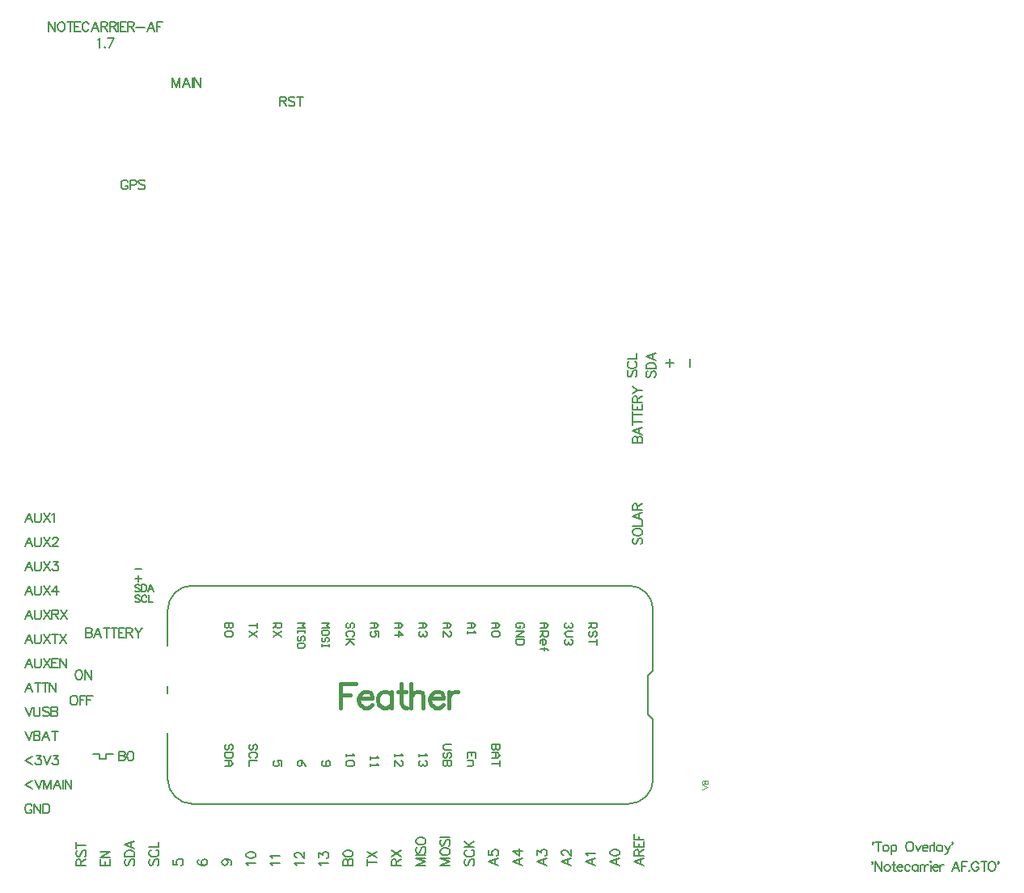
<source format=gto>
G04*
G04 #@! TF.GenerationSoftware,Altium Limited,Altium Designer,20.2.6 (241)*
G04*
G04 Layer_Color=65535*
%FSLAX25Y25*%
%MOIN*%
G70*
G04*
G04 #@! TF.SameCoordinates,785051FB-66B4-4767-B951-84AC3D2C5656*
G04*
G04*
G04 #@! TF.FilePolarity,Positive*
G04*
G01*
G75*
%ADD10C,0.00787*%
%ADD11C,0.00591*%
%ADD12C,0.01500*%
%ADD13C,0.00600*%
%ADD14C,0.00354*%
D10*
X270236Y117000D02*
G03*
X260236Y127000I-10000J0D01*
G01*
X80236D02*
G03*
X70236Y117000I0J-10000D01*
G01*
Y47000D02*
G03*
X80236Y37000I10000J0D01*
G01*
X260236D02*
G03*
X270236Y47000I0J10000D01*
G01*
X70236Y82556D02*
Y85665D01*
Y47000D02*
Y66020D01*
Y102201D02*
Y117000D01*
X80236Y127000D02*
X97154D01*
X250236D02*
X260236D01*
X80236Y37000D02*
X90236D01*
X203057D02*
X260236D01*
X270236Y47000D02*
Y72000D01*
X268236Y74000D02*
X270236Y72000D01*
X268236Y74000D02*
Y90000D01*
X270236Y92000D01*
Y117000D01*
X90236Y37000D02*
X203057D01*
X97154Y127000D02*
X250236D01*
D11*
X39406Y57568D02*
X42157D01*
X44908Y57532D02*
X47659D01*
X44908Y55408D02*
Y57550D01*
X42157Y55408D02*
X44908D01*
X42157D02*
Y57550D01*
X53798Y293405D02*
X53610Y293779D01*
X53235Y294154D01*
X52860Y294342D01*
X52111D01*
X51736Y294154D01*
X51361Y293779D01*
X51173Y293405D01*
X50986Y292842D01*
Y291905D01*
X51173Y291343D01*
X51361Y290968D01*
X51736Y290593D01*
X52111Y290406D01*
X52860D01*
X53235Y290593D01*
X53610Y290968D01*
X53798Y291343D01*
Y291905D01*
X52860D02*
X53798D01*
X54697Y292280D02*
X56384D01*
X56946Y292467D01*
X57134Y292655D01*
X57321Y293030D01*
Y293592D01*
X57134Y293967D01*
X56946Y294154D01*
X56384Y294342D01*
X54697D01*
Y290406D01*
X60826Y293779D02*
X60452Y294154D01*
X59889Y294342D01*
X59139D01*
X58577Y294154D01*
X58202Y293779D01*
Y293405D01*
X58390Y293030D01*
X58577Y292842D01*
X58952Y292655D01*
X60077Y292280D01*
X60452Y292092D01*
X60639Y291905D01*
X60826Y291530D01*
Y290968D01*
X60452Y290593D01*
X59889Y290406D01*
X59139D01*
X58577Y290593D01*
X58202Y290968D01*
X172540Y11631D02*
X176476D01*
X172540D02*
X176476Y13131D01*
X172540Y14630D02*
X176476Y13131D01*
X172540Y14630D02*
X176476D01*
X172540Y15755D02*
X176476D01*
X173102Y19204D02*
X172728Y18829D01*
X172540Y18266D01*
Y17517D01*
X172728Y16954D01*
X173102Y16579D01*
X173477D01*
X173852Y16767D01*
X174040Y16954D01*
X174227Y17329D01*
X174602Y18454D01*
X174789Y18829D01*
X174977Y19016D01*
X175352Y19204D01*
X175914D01*
X176289Y18829D01*
X176476Y18266D01*
Y17517D01*
X176289Y16954D01*
X175914Y16579D01*
X172540Y21209D02*
X172728Y20834D01*
X173102Y20459D01*
X173477Y20272D01*
X174040Y20085D01*
X174977D01*
X175539Y20272D01*
X175914Y20459D01*
X176289Y20834D01*
X176476Y21209D01*
Y21959D01*
X176289Y22334D01*
X175914Y22709D01*
X175539Y22896D01*
X174977Y23084D01*
X174040D01*
X173477Y22896D01*
X173102Y22709D01*
X172728Y22334D01*
X172540Y21959D01*
Y21209D01*
X261867Y185827D02*
X265803D01*
X261867D02*
Y187514D01*
X262055Y188076D01*
X262242Y188263D01*
X262617Y188451D01*
X262992D01*
X263367Y188263D01*
X263554Y188076D01*
X263742Y187514D01*
Y185827D02*
Y187514D01*
X263929Y188076D01*
X264116Y188263D01*
X264491Y188451D01*
X265054D01*
X265428Y188263D01*
X265616Y188076D01*
X265803Y187514D01*
Y185827D01*
Y192331D02*
X261867Y190831D01*
X265803Y189332D01*
X264491Y189894D02*
Y191769D01*
X261867Y194561D02*
X265803D01*
X261867Y193249D02*
Y195873D01*
Y197654D02*
X265803D01*
X261867Y196342D02*
Y198966D01*
Y201871D02*
Y199435D01*
X265803D01*
Y201871D01*
X263742Y199435D02*
Y200934D01*
X261867Y202527D02*
X265803D01*
X261867D02*
Y204214D01*
X262055Y204777D01*
X262242Y204964D01*
X262617Y205151D01*
X262992D01*
X263367Y204964D01*
X263554Y204777D01*
X263742Y204214D01*
Y202527D01*
Y203839D02*
X265803Y205151D01*
X261867Y206032D02*
X263742Y207532D01*
X265803D01*
X261867Y209031D02*
X263742Y207532D01*
X42540Y14068D02*
Y11631D01*
X46476D01*
Y14068D01*
X44414Y11631D02*
Y13131D01*
X42540Y14724D02*
X46476D01*
X42540D02*
X46476Y17348D01*
X42540D02*
X46476D01*
X31130Y81653D02*
X30755Y81465D01*
X30381Y81090D01*
X30193Y80716D01*
X30006Y80153D01*
Y79216D01*
X30193Y78654D01*
X30381Y78279D01*
X30755Y77904D01*
X31130Y77716D01*
X31880D01*
X32255Y77904D01*
X32630Y78279D01*
X32817Y78654D01*
X33005Y79216D01*
Y80153D01*
X32817Y80716D01*
X32630Y81090D01*
X32255Y81465D01*
X31880Y81653D01*
X31130D01*
X33923D02*
Y77716D01*
Y81653D02*
X36360D01*
X33923Y79778D02*
X35423D01*
X36810Y81653D02*
Y77716D01*
Y81653D02*
X39246D01*
X36810Y79778D02*
X38309D01*
X216476Y14630D02*
X212540Y13131D01*
X216476Y11631D01*
X215164Y12194D02*
Y14068D01*
X212540Y17423D02*
X215164Y15549D01*
Y18360D01*
X212540Y17423D02*
X216476D01*
X11422Y66989D02*
X12922Y63052D01*
X14421Y66989D02*
X12922Y63052D01*
X14927Y66989D02*
Y63052D01*
Y66989D02*
X16614D01*
X17177Y66801D01*
X17364Y66614D01*
X17551Y66239D01*
Y65864D01*
X17364Y65489D01*
X17177Y65302D01*
X16614Y65114D01*
X14927D02*
X16614D01*
X17177Y64927D01*
X17364Y64739D01*
X17551Y64364D01*
Y63802D01*
X17364Y63427D01*
X17177Y63240D01*
X16614Y63052D01*
X14927D01*
X21431D02*
X19932Y66989D01*
X18432Y63052D01*
X18995Y64364D02*
X20869D01*
X23662Y66989D02*
Y63052D01*
X22350Y66989D02*
X24974D01*
X123290Y11631D02*
X123102Y12006D01*
X122540Y12569D01*
X126476D01*
X123477Y14705D02*
X123290D01*
X122915Y14893D01*
X122727Y15080D01*
X122540Y15455D01*
Y16205D01*
X122727Y16580D01*
X122915Y16767D01*
X123290Y16955D01*
X123664D01*
X124039Y16767D01*
X124602Y16392D01*
X126476Y14518D01*
Y17142D01*
X14421Y113052D02*
X12922Y116989D01*
X11422Y113052D01*
X11985Y114365D02*
X13859D01*
X15340Y116989D02*
Y114177D01*
X15527Y113615D01*
X15902Y113240D01*
X16464Y113052D01*
X16839D01*
X17402Y113240D01*
X17776Y113615D01*
X17964Y114177D01*
Y116989D01*
X19051D02*
X21675Y113052D01*
Y116989D02*
X19051Y113052D01*
X22556Y116989D02*
Y113052D01*
Y116989D02*
X24243D01*
X24805Y116801D01*
X24993Y116614D01*
X25180Y116239D01*
Y115864D01*
X24993Y115489D01*
X24805Y115302D01*
X24243Y115114D01*
X22556D01*
X23868D02*
X25180Y113052D01*
X26061Y116989D02*
X28685Y113052D01*
Y116989D02*
X26061Y113052D01*
X262429Y146678D02*
X262054Y146303D01*
X261867Y145740D01*
Y144991D01*
X262054Y144428D01*
X262429Y144054D01*
X262804D01*
X263179Y144241D01*
X263367Y144428D01*
X263554Y144803D01*
X263929Y145928D01*
X264116Y146303D01*
X264304Y146490D01*
X264679Y146678D01*
X265241D01*
X265616Y146303D01*
X265803Y145740D01*
Y144991D01*
X265616Y144428D01*
X265241Y144054D01*
X261867Y148683D02*
X262054Y148308D01*
X262429Y147933D01*
X262804Y147746D01*
X263367Y147559D01*
X264304D01*
X264866Y147746D01*
X265241Y147933D01*
X265616Y148308D01*
X265803Y148683D01*
Y149433D01*
X265616Y149808D01*
X265241Y150183D01*
X264866Y150370D01*
X264304Y150558D01*
X263367D01*
X262804Y150370D01*
X262429Y150183D01*
X262054Y149808D01*
X261867Y149433D01*
Y148683D01*
Y151476D02*
X265803D01*
Y153725D01*
Y157155D02*
X261867Y155656D01*
X265803Y154156D01*
X264491Y154719D02*
Y156593D01*
X261867Y158074D02*
X265803D01*
X261867D02*
Y159761D01*
X262054Y160323D01*
X262242Y160511D01*
X262617Y160698D01*
X262992D01*
X263367Y160511D01*
X263554Y160323D01*
X263741Y159761D01*
Y158074D01*
Y159386D02*
X265803Y160698D01*
X49974Y58671D02*
Y54735D01*
Y58671D02*
X51661D01*
X52223Y58484D01*
X52411Y58296D01*
X52598Y57921D01*
Y57547D01*
X52411Y57172D01*
X52223Y56984D01*
X51661Y56797D01*
X49974D02*
X51661D01*
X52223Y56609D01*
X52411Y56422D01*
X52598Y56047D01*
Y55485D01*
X52411Y55110D01*
X52223Y54922D01*
X51661Y54735D01*
X49974D01*
X54604Y58671D02*
X54041Y58484D01*
X53667Y57921D01*
X53479Y56984D01*
Y56422D01*
X53667Y55485D01*
X54041Y54922D01*
X54604Y54735D01*
X54979D01*
X55541Y54922D01*
X55916Y55485D01*
X56103Y56422D01*
Y56984D01*
X55916Y57921D01*
X55541Y58484D01*
X54979Y58671D01*
X54604D01*
X14421Y133052D02*
X12922Y136989D01*
X11422Y133052D01*
X11985Y134364D02*
X13859D01*
X15340Y136989D02*
Y134177D01*
X15527Y133615D01*
X15902Y133240D01*
X16464Y133052D01*
X16839D01*
X17402Y133240D01*
X17776Y133615D01*
X17964Y134177D01*
Y136989D01*
X19051D02*
X21675Y133052D01*
Y136989D02*
X19051Y133052D01*
X22931Y136989D02*
X24993D01*
X23868Y135489D01*
X24430D01*
X24805Y135302D01*
X24993Y135114D01*
X25180Y134552D01*
Y134177D01*
X24993Y133615D01*
X24618Y133240D01*
X24056Y133052D01*
X23493D01*
X22931Y133240D01*
X22743Y133427D01*
X22556Y133802D01*
X278876Y218950D02*
X275502D01*
X277189Y220637D02*
Y217263D01*
X32540Y11631D02*
X36476D01*
X32540D02*
Y13318D01*
X32727Y13881D01*
X32915Y14068D01*
X33290Y14255D01*
X33665D01*
X34039Y14068D01*
X34227Y13881D01*
X34414Y13318D01*
Y11631D01*
Y12943D02*
X36476Y14255D01*
X33102Y17761D02*
X32727Y17386D01*
X32540Y16823D01*
Y16074D01*
X32727Y15511D01*
X33102Y15136D01*
X33477D01*
X33852Y15324D01*
X34039Y15511D01*
X34227Y15886D01*
X34602Y17011D01*
X34789Y17386D01*
X34977Y17573D01*
X35351Y17761D01*
X35914D01*
X36289Y17386D01*
X36476Y16823D01*
Y16074D01*
X36289Y15511D01*
X35914Y15136D01*
X32540Y19954D02*
X36476D01*
X32540Y18642D02*
Y21266D01*
X63102Y14255D02*
X62727Y13881D01*
X62540Y13318D01*
Y12569D01*
X62727Y12006D01*
X63102Y11631D01*
X63477D01*
X63852Y11819D01*
X64039Y12006D01*
X64227Y12381D01*
X64602Y13506D01*
X64789Y13881D01*
X64977Y14068D01*
X65351Y14255D01*
X65914D01*
X66289Y13881D01*
X66476Y13318D01*
Y12569D01*
X66289Y12006D01*
X65914Y11631D01*
X63477Y17948D02*
X63102Y17761D01*
X62727Y17386D01*
X62540Y17011D01*
Y16261D01*
X62727Y15886D01*
X63102Y15511D01*
X63477Y15324D01*
X64039Y15136D01*
X64977D01*
X65539Y15324D01*
X65914Y15511D01*
X66289Y15886D01*
X66476Y16261D01*
Y17011D01*
X66289Y17386D01*
X65914Y17761D01*
X65539Y17948D01*
X62540Y19054D02*
X66476D01*
Y21303D01*
X260166Y215738D02*
X259791Y215363D01*
X259603Y214800D01*
Y214051D01*
X259791Y213488D01*
X260166Y213113D01*
X260541D01*
X260915Y213301D01*
X261103Y213488D01*
X261290Y213863D01*
X261665Y214988D01*
X261853Y215363D01*
X262040Y215550D01*
X262415Y215738D01*
X262977D01*
X263352Y215363D01*
X263540Y214800D01*
Y214051D01*
X263352Y213488D01*
X262977Y213113D01*
X260541Y219430D02*
X260166Y219243D01*
X259791Y218868D01*
X259603Y218493D01*
Y217743D01*
X259791Y217368D01*
X260166Y216993D01*
X260541Y216806D01*
X261103Y216618D01*
X262040D01*
X262602Y216806D01*
X262977Y216993D01*
X263352Y217368D01*
X263540Y217743D01*
Y218493D01*
X263352Y218868D01*
X262977Y219243D01*
X262602Y219430D01*
X259603Y220536D02*
X263540D01*
Y222785D01*
X21140Y359527D02*
Y355591D01*
Y359527D02*
X23764Y355591D01*
Y359527D02*
Y355591D01*
X25976Y359527D02*
X25601Y359339D01*
X25226Y358964D01*
X25039Y358590D01*
X24851Y358027D01*
Y357090D01*
X25039Y356528D01*
X25226Y356153D01*
X25601Y355778D01*
X25976Y355591D01*
X26726D01*
X27101Y355778D01*
X27476Y356153D01*
X27663Y356528D01*
X27850Y357090D01*
Y358027D01*
X27663Y358590D01*
X27476Y358964D01*
X27101Y359339D01*
X26726Y359527D01*
X25976D01*
X30081D02*
Y355591D01*
X28769Y359527D02*
X31393D01*
X34298D02*
X31862D01*
Y355591D01*
X34298D01*
X31862Y357652D02*
X33361D01*
X37766Y358590D02*
X37578Y358964D01*
X37203Y359339D01*
X36829Y359527D01*
X36079D01*
X35704Y359339D01*
X35329Y358964D01*
X35142Y358590D01*
X34954Y358027D01*
Y357090D01*
X35142Y356528D01*
X35329Y356153D01*
X35704Y355778D01*
X36079Y355591D01*
X36829D01*
X37203Y355778D01*
X37578Y356153D01*
X37766Y356528D01*
X41871Y355591D02*
X40371Y359527D01*
X38872Y355591D01*
X39434Y356903D02*
X41308D01*
X42789Y359527D02*
Y355591D01*
Y359527D02*
X44476D01*
X45038Y359339D01*
X45226Y359152D01*
X45413Y358777D01*
Y358402D01*
X45226Y358027D01*
X45038Y357840D01*
X44476Y357652D01*
X42789D01*
X44101D02*
X45413Y355591D01*
X46294Y359527D02*
Y355591D01*
Y359527D02*
X47981D01*
X48543Y359339D01*
X48731Y359152D01*
X48918Y358777D01*
Y358402D01*
X48731Y358027D01*
X48543Y357840D01*
X47981Y357652D01*
X46294D01*
X47606D02*
X48918Y355591D01*
X49799Y359527D02*
Y355591D01*
X53061Y359527D02*
X50624D01*
Y355591D01*
X53061D01*
X50624Y357652D02*
X52123D01*
X53717Y359527D02*
Y355591D01*
Y359527D02*
X55404D01*
X55966Y359339D01*
X56153Y359152D01*
X56341Y358777D01*
Y358402D01*
X56153Y358027D01*
X55966Y357840D01*
X55404Y357652D01*
X53717D01*
X55029D02*
X56341Y355591D01*
X57222Y357277D02*
X60596D01*
X64757Y355591D02*
X63257Y359527D01*
X61758Y355591D01*
X62320Y356903D02*
X64194D01*
X65675Y359527D02*
Y355591D01*
Y359527D02*
X68112D01*
X65675Y357652D02*
X67175D01*
X11422Y76989D02*
X12922Y73052D01*
X14421Y76989D02*
X12922Y73052D01*
X14927Y76989D02*
Y74177D01*
X15115Y73615D01*
X15490Y73240D01*
X16052Y73052D01*
X16427D01*
X16989Y73240D01*
X17364Y73615D01*
X17551Y74177D01*
Y76989D01*
X21263Y76426D02*
X20888Y76801D01*
X20326Y76989D01*
X19576D01*
X19014Y76801D01*
X18639Y76426D01*
Y76051D01*
X18826Y75677D01*
X19014Y75489D01*
X19388Y75302D01*
X20513Y74927D01*
X20888Y74739D01*
X21075Y74552D01*
X21263Y74177D01*
Y73615D01*
X20888Y73240D01*
X20326Y73052D01*
X19576D01*
X19014Y73240D01*
X18639Y73615D01*
X22144Y76989D02*
Y73052D01*
Y76989D02*
X23831D01*
X24393Y76801D01*
X24580Y76614D01*
X24768Y76239D01*
Y75864D01*
X24580Y75489D01*
X24393Y75302D01*
X23831Y75114D01*
X22144D02*
X23831D01*
X24393Y74927D01*
X24580Y74739D01*
X24768Y74365D01*
Y73802D01*
X24580Y73427D01*
X24393Y73240D01*
X23831Y73052D01*
X22144D01*
X14421Y46426D02*
X11422Y44739D01*
X14421Y43052D01*
X15546Y46989D02*
X17045Y43052D01*
X18545Y46989D02*
X17045Y43052D01*
X19051Y46989D02*
Y43052D01*
Y46989D02*
X20550Y43052D01*
X22050Y46989D02*
X20550Y43052D01*
X22050Y46989D02*
Y43052D01*
X26174D02*
X24674Y46989D01*
X23175Y43052D01*
X23737Y44365D02*
X25611D01*
X27092Y46989D02*
Y43052D01*
X27917Y46989D02*
Y43052D01*
Y46989D02*
X30541Y43052D01*
Y46989D02*
Y43052D01*
X14421Y143052D02*
X12922Y146989D01*
X11422Y143052D01*
X11985Y144365D02*
X13859D01*
X15340Y146989D02*
Y144177D01*
X15527Y143615D01*
X15902Y143240D01*
X16464Y143052D01*
X16839D01*
X17402Y143240D01*
X17776Y143615D01*
X17964Y144177D01*
Y146989D01*
X19051D02*
X21675Y143052D01*
Y146989D02*
X19051Y143052D01*
X22743Y146051D02*
Y146239D01*
X22931Y146614D01*
X23118Y146801D01*
X23493Y146989D01*
X24243D01*
X24618Y146801D01*
X24805Y146614D01*
X24993Y146239D01*
Y145864D01*
X24805Y145489D01*
X24430Y144927D01*
X22556Y143052D01*
X25180D01*
X162540Y11631D02*
X166476D01*
X162540D02*
Y13318D01*
X162727Y13881D01*
X162915Y14068D01*
X163290Y14255D01*
X163664D01*
X164039Y14068D01*
X164227Y13881D01*
X164414Y13318D01*
Y11631D01*
Y12943D02*
X166476Y14255D01*
X162540Y15136D02*
X166476Y17761D01*
X162540D02*
X166476Y15136D01*
X152540Y12943D02*
X156476D01*
X152540Y11631D02*
Y14255D01*
Y14724D02*
X156476Y17348D01*
X152540D02*
X156476Y14724D01*
X83102Y13881D02*
X82727Y13693D01*
X82540Y13131D01*
Y12756D01*
X82727Y12194D01*
X83290Y11819D01*
X84227Y11631D01*
X85164D01*
X85914Y11819D01*
X86289Y12194D01*
X86476Y12756D01*
Y12943D01*
X86289Y13506D01*
X85914Y13881D01*
X85351Y14068D01*
X85164D01*
X84602Y13881D01*
X84227Y13506D01*
X84039Y12943D01*
Y12756D01*
X84227Y12194D01*
X84602Y11819D01*
X85164Y11631D01*
X142540D02*
X146476D01*
X142540D02*
Y13318D01*
X142727Y13881D01*
X142915Y14068D01*
X143290Y14255D01*
X143665D01*
X144039Y14068D01*
X144227Y13881D01*
X144414Y13318D01*
Y11631D02*
Y13318D01*
X144602Y13881D01*
X144789Y14068D01*
X145164Y14255D01*
X145726D01*
X146101Y14068D01*
X146289Y13881D01*
X146476Y13318D01*
Y11631D01*
X142540Y16261D02*
X142727Y15699D01*
X143290Y15324D01*
X144227Y15136D01*
X144789D01*
X145726Y15324D01*
X146289Y15699D01*
X146476Y16261D01*
Y16636D01*
X146289Y17198D01*
X145726Y17573D01*
X144789Y17761D01*
X144227D01*
X143290Y17573D01*
X142727Y17198D01*
X142540Y16636D01*
Y16261D01*
X93852Y14068D02*
X94414Y13881D01*
X94789Y13506D01*
X94977Y12943D01*
Y12756D01*
X94789Y12194D01*
X94414Y11819D01*
X93852Y11631D01*
X93664D01*
X93102Y11819D01*
X92727Y12194D01*
X92540Y12756D01*
Y12943D01*
X92727Y13506D01*
X93102Y13881D01*
X93852Y14068D01*
X94789D01*
X95726Y13881D01*
X96289Y13506D01*
X96476Y12943D01*
Y12569D01*
X96289Y12006D01*
X95914Y11819D01*
X14421Y93052D02*
X12922Y96989D01*
X11422Y93052D01*
X11985Y94365D02*
X13859D01*
X15340Y96989D02*
Y94177D01*
X15527Y93615D01*
X15902Y93240D01*
X16464Y93052D01*
X16839D01*
X17402Y93240D01*
X17776Y93615D01*
X17964Y94177D01*
Y96989D01*
X19051D02*
X21675Y93052D01*
Y96989D02*
X19051Y93052D01*
X24993Y96989D02*
X22556D01*
Y93052D01*
X24993D01*
X22556Y95114D02*
X24056D01*
X25649Y96989D02*
Y93052D01*
Y96989D02*
X28273Y93052D01*
Y96989D02*
Y93052D01*
X14421Y103052D02*
X12922Y106989D01*
X11422Y103052D01*
X11985Y104365D02*
X13859D01*
X15340Y106989D02*
Y104177D01*
X15527Y103615D01*
X15902Y103240D01*
X16464Y103052D01*
X16839D01*
X17402Y103240D01*
X17776Y103615D01*
X17964Y104177D01*
Y106989D01*
X19051D02*
X21675Y103052D01*
Y106989D02*
X19051Y103052D01*
X23868Y106989D02*
Y103052D01*
X22556Y106989D02*
X25180D01*
X25649D02*
X28273Y103052D01*
Y106989D02*
X25649Y103052D01*
X14421Y83052D02*
X12922Y86989D01*
X11422Y83052D01*
X11985Y84364D02*
X13859D01*
X16652Y86989D02*
Y83052D01*
X15340Y86989D02*
X17964D01*
X19745D02*
Y83052D01*
X18432Y86989D02*
X21057D01*
X21525D02*
Y83052D01*
Y86989D02*
X24149Y83052D01*
Y86989D02*
Y83052D01*
X133290Y11631D02*
X133102Y12006D01*
X132540Y12569D01*
X136476D01*
X132540Y14893D02*
Y16955D01*
X134039Y15830D01*
Y16392D01*
X134227Y16767D01*
X134414Y16955D01*
X134977Y17142D01*
X135351D01*
X135914Y16955D01*
X136289Y16580D01*
X136476Y16017D01*
Y15455D01*
X136289Y14893D01*
X136101Y14705D01*
X135726Y14518D01*
X14421Y56426D02*
X11422Y54739D01*
X14421Y53052D01*
X15921Y56989D02*
X17983D01*
X16858Y55489D01*
X17420D01*
X17795Y55302D01*
X17983Y55114D01*
X18170Y54552D01*
Y54177D01*
X17983Y53615D01*
X17608Y53240D01*
X17045Y53052D01*
X16483D01*
X15921Y53240D01*
X15733Y53427D01*
X15546Y53802D01*
X19051Y56989D02*
X20550Y53052D01*
X22050Y56989D02*
X20550Y53052D01*
X22931Y56989D02*
X24993D01*
X23868Y55489D01*
X24430D01*
X24805Y55302D01*
X24993Y55114D01*
X25180Y54552D01*
Y54177D01*
X24993Y53615D01*
X24618Y53240D01*
X24056Y53052D01*
X23493D01*
X22931Y53240D01*
X22743Y53427D01*
X22556Y53802D01*
X72208Y336417D02*
Y332480D01*
Y336417D02*
X73707Y332480D01*
X75207Y336417D02*
X73707Y332480D01*
X75207Y336417D02*
Y332480D01*
X79330D02*
X77831Y336417D01*
X76331Y332480D01*
X76894Y333792D02*
X78768D01*
X80249Y336417D02*
Y332480D01*
X81074Y336417D02*
Y332480D01*
Y336417D02*
X83698Y332480D01*
Y336417D02*
Y332480D01*
X193102Y14255D02*
X192727Y13881D01*
X192540Y13318D01*
Y12569D01*
X192727Y12006D01*
X193102Y11631D01*
X193477D01*
X193852Y11819D01*
X194039Y12006D01*
X194227Y12381D01*
X194602Y13506D01*
X194789Y13881D01*
X194977Y14068D01*
X195351Y14255D01*
X195914D01*
X196289Y13881D01*
X196476Y13318D01*
Y12569D01*
X196289Y12006D01*
X195914Y11631D01*
X193477Y17948D02*
X193102Y17761D01*
X192727Y17386D01*
X192540Y17011D01*
Y16261D01*
X192727Y15886D01*
X193102Y15511D01*
X193477Y15324D01*
X194039Y15136D01*
X194977D01*
X195539Y15324D01*
X195914Y15511D01*
X196289Y15886D01*
X196476Y16261D01*
Y17011D01*
X196289Y17386D01*
X195914Y17761D01*
X195539Y17948D01*
X192540Y19054D02*
X196476D01*
X192540Y21678D02*
X195164Y19054D01*
X194227Y19991D02*
X196476Y21678D01*
X236476Y14630D02*
X232540Y13131D01*
X236476Y11631D01*
X235164Y12194D02*
Y14068D01*
X233477Y15736D02*
X233290D01*
X232915Y15924D01*
X232727Y16111D01*
X232540Y16486D01*
Y17236D01*
X232727Y17611D01*
X232915Y17798D01*
X233290Y17986D01*
X233664D01*
X234039Y17798D01*
X234602Y17423D01*
X236476Y15549D01*
Y18173D01*
X267913Y215489D02*
X267538Y215114D01*
X267351Y214552D01*
Y213802D01*
X267538Y213240D01*
X267913Y212865D01*
X268288D01*
X268663Y213052D01*
X268850Y213240D01*
X269038Y213615D01*
X269413Y214739D01*
X269600Y215114D01*
X269788Y215301D01*
X270163Y215489D01*
X270725D01*
X271100Y215114D01*
X271287Y214552D01*
Y213802D01*
X271100Y213240D01*
X270725Y212865D01*
X267351Y216370D02*
X271287D01*
X267351D02*
Y217682D01*
X267538Y218244D01*
X267913Y218619D01*
X268288Y218807D01*
X268850Y218994D01*
X269788D01*
X270350Y218807D01*
X270725Y218619D01*
X271100Y218244D01*
X271287Y217682D01*
Y216370D01*
Y222874D02*
X267351Y221374D01*
X271287Y219875D01*
X269975Y220437D02*
Y222312D01*
X103290Y11631D02*
X103102Y12006D01*
X102540Y12569D01*
X106476D01*
X102540Y15642D02*
X102727Y15080D01*
X103290Y14705D01*
X104227Y14518D01*
X104789D01*
X105726Y14705D01*
X106289Y15080D01*
X106476Y15642D01*
Y16017D01*
X106289Y16580D01*
X105726Y16955D01*
X104789Y17142D01*
X104227D01*
X103290Y16955D01*
X102727Y16580D01*
X102540Y16017D01*
Y15642D01*
X41252Y352087D02*
X41627Y352274D01*
X42189Y352836D01*
Y348900D01*
X44326Y349275D02*
X44139Y349088D01*
X44326Y348900D01*
X44513Y349088D01*
X44326Y349275D01*
X48000Y352836D02*
X46126Y348900D01*
X45376Y352836D02*
X48000D01*
X53102Y14255D02*
X52727Y13881D01*
X52540Y13318D01*
Y12569D01*
X52727Y12006D01*
X53102Y11631D01*
X53477D01*
X53852Y11819D01*
X54039Y12006D01*
X54227Y12381D01*
X54602Y13506D01*
X54789Y13881D01*
X54977Y14068D01*
X55351Y14255D01*
X55914D01*
X56289Y13881D01*
X56476Y13318D01*
Y12569D01*
X56289Y12006D01*
X55914Y11631D01*
X52540Y15136D02*
X56476D01*
X52540D02*
Y16448D01*
X52727Y17011D01*
X53102Y17386D01*
X53477Y17573D01*
X54039Y17761D01*
X54977D01*
X55539Y17573D01*
X55914Y17386D01*
X56289Y17011D01*
X56476Y16448D01*
Y15136D01*
Y21641D02*
X52540Y20141D01*
X56476Y18642D01*
X55164Y19204D02*
Y21078D01*
X256476Y14630D02*
X252540Y13131D01*
X256476Y11631D01*
X255164Y12194D02*
Y14068D01*
X252540Y16673D02*
X252727Y16111D01*
X253290Y15736D01*
X254227Y15549D01*
X254789D01*
X255726Y15736D01*
X256289Y16111D01*
X256476Y16673D01*
Y17048D01*
X256289Y17611D01*
X255726Y17986D01*
X254789Y18173D01*
X254227D01*
X253290Y17986D01*
X252727Y17611D01*
X252540Y17048D01*
Y16673D01*
X36398Y109527D02*
Y105590D01*
Y109527D02*
X38085D01*
X38647Y109339D01*
X38834Y109152D01*
X39022Y108777D01*
Y108402D01*
X38834Y108027D01*
X38647Y107840D01*
X38085Y107652D01*
X36398D02*
X38085D01*
X38647Y107465D01*
X38834Y107278D01*
X39022Y106903D01*
Y106340D01*
X38834Y105965D01*
X38647Y105778D01*
X38085Y105590D01*
X36398D01*
X42902D02*
X41402Y109527D01*
X39903Y105590D01*
X40465Y106903D02*
X42339D01*
X45132Y109527D02*
Y105590D01*
X43820Y109527D02*
X46444D01*
X48225D02*
Y105590D01*
X46913Y109527D02*
X49537D01*
X52442D02*
X50006D01*
Y105590D01*
X52442D01*
X50006Y107652D02*
X51505D01*
X53098Y109527D02*
Y105590D01*
Y109527D02*
X54785D01*
X55348Y109339D01*
X55535Y109152D01*
X55722Y108777D01*
Y108402D01*
X55535Y108027D01*
X55348Y107840D01*
X54785Y107652D01*
X53098D01*
X54410D02*
X55722Y105590D01*
X56603Y109527D02*
X58103Y107652D01*
Y105590D01*
X59602Y109527D02*
X58103Y107652D01*
X182540Y11631D02*
X186476D01*
X182540D02*
X186476Y13131D01*
X182540Y14630D02*
X186476Y13131D01*
X182540Y14630D02*
X186476D01*
X182540Y16879D02*
X182728Y16504D01*
X183102Y16130D01*
X183477Y15942D01*
X184040Y15755D01*
X184977D01*
X185539Y15942D01*
X185914Y16130D01*
X186289Y16504D01*
X186476Y16879D01*
Y17629D01*
X186289Y18004D01*
X185914Y18379D01*
X185539Y18566D01*
X184977Y18754D01*
X184040D01*
X183477Y18566D01*
X183102Y18379D01*
X182728Y18004D01*
X182540Y17629D01*
Y16879D01*
X183102Y22296D02*
X182728Y21921D01*
X182540Y21359D01*
Y20609D01*
X182728Y20047D01*
X183102Y19672D01*
X183477D01*
X183852Y19860D01*
X184040Y20047D01*
X184227Y20422D01*
X184602Y21547D01*
X184789Y21921D01*
X184977Y22109D01*
X185352Y22296D01*
X185914D01*
X186289Y21921D01*
X186476Y21359D01*
Y20609D01*
X186289Y20047D01*
X185914Y19672D01*
X182540Y23177D02*
X186476D01*
X14421Y123052D02*
X12922Y126989D01*
X11422Y123052D01*
X11985Y124364D02*
X13859D01*
X15340Y126989D02*
Y124177D01*
X15527Y123615D01*
X15902Y123240D01*
X16464Y123052D01*
X16839D01*
X17402Y123240D01*
X17776Y123615D01*
X17964Y124177D01*
Y126989D01*
X19051D02*
X21675Y123052D01*
Y126989D02*
X19051Y123052D01*
X24430Y126989D02*
X22556Y124364D01*
X25368D01*
X24430Y126989D02*
Y123052D01*
X285434Y220637D02*
Y217263D01*
X113290Y11631D02*
X113102Y12006D01*
X112540Y12569D01*
X116476D01*
X113290Y14518D02*
X113102Y14893D01*
X112540Y15455D01*
X116476D01*
X116437Y328645D02*
Y324709D01*
Y328645D02*
X118124D01*
X118686Y328457D01*
X118874Y328270D01*
X119061Y327895D01*
Y327520D01*
X118874Y327145D01*
X118686Y326958D01*
X118124Y326770D01*
X116437D01*
X117749D02*
X119061Y324709D01*
X122566Y328082D02*
X122192Y328457D01*
X121629Y328645D01*
X120879D01*
X120317Y328457D01*
X119942Y328082D01*
Y327708D01*
X120130Y327333D01*
X120317Y327145D01*
X120692Y326958D01*
X121817Y326583D01*
X122192Y326396D01*
X122379Y326208D01*
X122566Y325833D01*
Y325271D01*
X122192Y324896D01*
X121629Y324709D01*
X120879D01*
X120317Y324896D01*
X119942Y325271D01*
X124759Y328645D02*
Y324709D01*
X123447Y328645D02*
X126071D01*
X246476Y14630D02*
X242540Y13131D01*
X246476Y11631D01*
X245164Y12194D02*
Y14068D01*
X243290Y15549D02*
X243102Y15924D01*
X242540Y16486D01*
X246476D01*
X14234Y36051D02*
X14046Y36426D01*
X13672Y36801D01*
X13297Y36989D01*
X12547D01*
X12172Y36801D01*
X11797Y36426D01*
X11610Y36051D01*
X11422Y35489D01*
Y34552D01*
X11610Y33990D01*
X11797Y33615D01*
X12172Y33240D01*
X12547Y33052D01*
X13297D01*
X13672Y33240D01*
X14046Y33615D01*
X14234Y33990D01*
Y34552D01*
X13297D02*
X14234D01*
X15134Y36989D02*
Y33052D01*
Y36989D02*
X17758Y33052D01*
Y36989D02*
Y33052D01*
X18845Y36989D02*
Y33052D01*
Y36989D02*
X20157D01*
X20719Y36801D01*
X21094Y36426D01*
X21282Y36051D01*
X21469Y35489D01*
Y34552D01*
X21282Y33990D01*
X21094Y33615D01*
X20719Y33240D01*
X20157Y33052D01*
X18845D01*
X14421Y153052D02*
X12922Y156989D01*
X11422Y153052D01*
X11985Y154365D02*
X13859D01*
X15340Y156989D02*
Y154177D01*
X15527Y153615D01*
X15902Y153240D01*
X16464Y153052D01*
X16839D01*
X17402Y153240D01*
X17776Y153615D01*
X17964Y154177D01*
Y156989D01*
X19051D02*
X21675Y153052D01*
Y156989D02*
X19051Y153052D01*
X22556Y156239D02*
X22931Y156426D01*
X23493Y156989D01*
Y153052D01*
X206476Y14630D02*
X202540Y13131D01*
X206476Y11631D01*
X205164Y12194D02*
Y14068D01*
X202540Y17798D02*
Y15924D01*
X204227Y15736D01*
X204039Y15924D01*
X203852Y16486D01*
Y17048D01*
X204039Y17611D01*
X204414Y17986D01*
X204977Y18173D01*
X205351D01*
X205914Y17986D01*
X206289Y17611D01*
X206476Y17048D01*
Y16486D01*
X206289Y15924D01*
X206101Y15736D01*
X205726Y15549D01*
X226476Y14630D02*
X222540Y13131D01*
X226476Y11631D01*
X225164Y12194D02*
Y14068D01*
X222540Y15924D02*
Y17986D01*
X224039Y16861D01*
Y17423D01*
X224227Y17798D01*
X224414Y17986D01*
X224977Y18173D01*
X225351D01*
X225914Y17986D01*
X226289Y17611D01*
X226476Y17048D01*
Y16486D01*
X226289Y15924D01*
X226101Y15736D01*
X225726Y15549D01*
X33211Y92125D02*
X32836Y91938D01*
X32462Y91563D01*
X32274Y91188D01*
X32087Y90626D01*
Y89688D01*
X32274Y89126D01*
X32462Y88751D01*
X32836Y88376D01*
X33211Y88189D01*
X33961D01*
X34336Y88376D01*
X34711Y88751D01*
X34898Y89126D01*
X35086Y89688D01*
Y90626D01*
X34898Y91188D01*
X34711Y91563D01*
X34336Y91938D01*
X33961Y92125D01*
X33211D01*
X36004D02*
Y88189D01*
Y92125D02*
X38628Y88189D01*
Y92125D02*
Y88189D01*
X266476Y14630D02*
X262540Y13131D01*
X266476Y11631D01*
X265164Y12194D02*
Y14068D01*
X262540Y15549D02*
X266476D01*
X262540D02*
Y17236D01*
X262727Y17798D01*
X262915Y17986D01*
X263290Y18173D01*
X263665D01*
X264039Y17986D01*
X264227Y17798D01*
X264414Y17236D01*
Y15549D01*
Y16861D02*
X266476Y18173D01*
X262540Y21490D02*
Y19054D01*
X266476D01*
Y21490D01*
X264414Y19054D02*
Y20553D01*
X262540Y22147D02*
X266476D01*
X262540D02*
Y24583D01*
X264414Y22147D02*
Y23646D01*
X72540Y13881D02*
Y12006D01*
X74227Y11819D01*
X74039Y12006D01*
X73852Y12569D01*
Y13131D01*
X74039Y13693D01*
X74414Y14068D01*
X74977Y14255D01*
X75351D01*
X75914Y14068D01*
X76289Y13693D01*
X76476Y13131D01*
Y12569D01*
X76289Y12006D01*
X76101Y11819D01*
X75726Y11631D01*
X360719Y12813D02*
X360531Y13001D01*
X360719Y13188D01*
X360906Y13001D01*
Y12626D01*
X360719Y12251D01*
X360531Y12064D01*
X361769Y13188D02*
Y9252D01*
Y13188D02*
X364393Y9252D01*
Y13188D02*
Y9252D01*
X366417Y11876D02*
X366042Y11689D01*
X365667Y11314D01*
X365480Y10751D01*
Y10377D01*
X365667Y9814D01*
X366042Y9439D01*
X366417Y9252D01*
X366979D01*
X367354Y9439D01*
X367729Y9814D01*
X367916Y10377D01*
Y10751D01*
X367729Y11314D01*
X367354Y11689D01*
X366979Y11876D01*
X366417D01*
X369341Y13188D02*
Y10002D01*
X369529Y9439D01*
X369903Y9252D01*
X370278D01*
X368779Y11876D02*
X370091D01*
X370841Y10751D02*
X373090D01*
Y11126D01*
X372902Y11501D01*
X372715Y11689D01*
X372340Y11876D01*
X371778D01*
X371403Y11689D01*
X371028Y11314D01*
X370841Y10751D01*
Y10377D01*
X371028Y9814D01*
X371403Y9439D01*
X371778Y9252D01*
X372340D01*
X372715Y9439D01*
X373090Y9814D01*
X376182Y11314D02*
X375808Y11689D01*
X375433Y11876D01*
X374870D01*
X374496Y11689D01*
X374121Y11314D01*
X373933Y10751D01*
Y10377D01*
X374121Y9814D01*
X374496Y9439D01*
X374870Y9252D01*
X375433D01*
X375808Y9439D01*
X376182Y9814D01*
X379275Y11876D02*
Y9252D01*
Y11314D02*
X378900Y11689D01*
X378525Y11876D01*
X377963D01*
X377588Y11689D01*
X377213Y11314D01*
X377026Y10751D01*
Y10377D01*
X377213Y9814D01*
X377588Y9439D01*
X377963Y9252D01*
X378525D01*
X378900Y9439D01*
X379275Y9814D01*
X380325Y11876D02*
Y9252D01*
Y10751D02*
X380512Y11314D01*
X380887Y11689D01*
X381262Y11876D01*
X381824D01*
X382180D02*
Y9252D01*
Y10751D02*
X382368Y11314D01*
X382743Y11689D01*
X383118Y11876D01*
X383680D01*
X384411Y13188D02*
X384598Y13001D01*
X384786Y13188D01*
X384598Y13376D01*
X384411Y13188D01*
X384598Y11876D02*
Y9252D01*
X385479Y10751D02*
X387729D01*
Y11126D01*
X387541Y11501D01*
X387354Y11689D01*
X386979Y11876D01*
X386417D01*
X386042Y11689D01*
X385667Y11314D01*
X385479Y10751D01*
Y10377D01*
X385667Y9814D01*
X386042Y9439D01*
X386417Y9252D01*
X386979D01*
X387354Y9439D01*
X387729Y9814D01*
X388572Y11876D02*
Y9252D01*
Y10751D02*
X388759Y11314D01*
X389134Y11689D01*
X389509Y11876D01*
X390072D01*
X396519Y9252D02*
X395020Y13188D01*
X393520Y9252D01*
X394083Y10564D02*
X395957D01*
X397438Y13188D02*
Y9252D01*
Y13188D02*
X399874D01*
X397438Y11314D02*
X398937D01*
X400512Y9627D02*
X400324Y9439D01*
X400512Y9252D01*
X400699Y9439D01*
X400512Y9627D01*
X404373Y12251D02*
X404185Y12626D01*
X403811Y13001D01*
X403436Y13188D01*
X402686D01*
X402311Y13001D01*
X401936Y12626D01*
X401749Y12251D01*
X401561Y11689D01*
Y10751D01*
X401749Y10189D01*
X401936Y9814D01*
X402311Y9439D01*
X402686Y9252D01*
X403436D01*
X403811Y9439D01*
X404185Y9814D01*
X404373Y10189D01*
Y10751D01*
X403436D02*
X404373D01*
X406585Y13188D02*
Y9252D01*
X405273Y13188D02*
X407897D01*
X409490D02*
X409115Y13001D01*
X408740Y12626D01*
X408553Y12251D01*
X408365Y11689D01*
Y10751D01*
X408553Y10189D01*
X408740Y9814D01*
X409115Y9439D01*
X409490Y9252D01*
X410240D01*
X410614Y9439D01*
X410989Y9814D01*
X411177Y10189D01*
X411364Y10751D01*
Y11689D01*
X411177Y12251D01*
X410989Y12626D01*
X410614Y13001D01*
X410240Y13188D01*
X409490D01*
X412470Y12813D02*
X412283Y13001D01*
X412470Y13188D01*
X412657Y13001D01*
Y12626D01*
X412470Y12251D01*
X412283Y12064D01*
X360817Y20917D02*
X360630Y21104D01*
X360817Y21292D01*
X361005Y21104D01*
Y20729D01*
X360817Y20354D01*
X360630Y20167D01*
X363179Y21292D02*
Y17355D01*
X361867Y21292D02*
X364491D01*
X365897Y19979D02*
X365522Y19792D01*
X365147Y19417D01*
X364960Y18855D01*
Y18480D01*
X365147Y17918D01*
X365522Y17543D01*
X365897Y17355D01*
X366459D01*
X366834Y17543D01*
X367209Y17918D01*
X367396Y18480D01*
Y18855D01*
X367209Y19417D01*
X366834Y19792D01*
X366459Y19979D01*
X365897D01*
X368259D02*
Y16043D01*
Y19417D02*
X368633Y19792D01*
X369008Y19979D01*
X369571D01*
X369946Y19792D01*
X370320Y19417D01*
X370508Y18855D01*
Y18480D01*
X370320Y17918D01*
X369946Y17543D01*
X369571Y17355D01*
X369008D01*
X368633Y17543D01*
X368259Y17918D01*
X375569Y21292D02*
X375194Y21104D01*
X374819Y20729D01*
X374631Y20354D01*
X374444Y19792D01*
Y18855D01*
X374631Y18293D01*
X374819Y17918D01*
X375194Y17543D01*
X375569Y17355D01*
X376318D01*
X376693Y17543D01*
X377068Y17918D01*
X377256Y18293D01*
X377443Y18855D01*
Y19792D01*
X377256Y20354D01*
X377068Y20729D01*
X376693Y21104D01*
X376318Y21292D01*
X375569D01*
X378361Y19979D02*
X379486Y17355D01*
X380611Y19979D02*
X379486Y17355D01*
X381248Y18855D02*
X383497D01*
Y19230D01*
X383310Y19605D01*
X383122Y19792D01*
X382747Y19979D01*
X382185D01*
X381810Y19792D01*
X381435Y19417D01*
X381248Y18855D01*
Y18480D01*
X381435Y17918D01*
X381810Y17543D01*
X382185Y17355D01*
X382747D01*
X383122Y17543D01*
X383497Y17918D01*
X384341Y19979D02*
Y17355D01*
Y18855D02*
X384528Y19417D01*
X384903Y19792D01*
X385278Y19979D01*
X385840D01*
X386196Y21292D02*
Y17355D01*
X389270Y19979D02*
Y17355D01*
Y19417D02*
X388895Y19792D01*
X388520Y19979D01*
X387958D01*
X387583Y19792D01*
X387208Y19417D01*
X387021Y18855D01*
Y18480D01*
X387208Y17918D01*
X387583Y17543D01*
X387958Y17355D01*
X388520D01*
X388895Y17543D01*
X389270Y17918D01*
X390507Y19979D02*
X391632Y17355D01*
X392757Y19979D02*
X391632Y17355D01*
X391257Y16606D01*
X390882Y16231D01*
X390507Y16043D01*
X390320D01*
X393600Y20917D02*
X393412Y21104D01*
X393600Y21292D01*
X393787Y21104D01*
Y20729D01*
X393600Y20354D01*
X393412Y20167D01*
D12*
X141511Y86556D02*
Y76559D01*
Y86556D02*
X147700D01*
X141511Y81796D02*
X145320D01*
X148843Y80367D02*
X154556D01*
Y81319D01*
X154080Y82272D01*
X153604Y82748D01*
X152652Y83224D01*
X151224D01*
X150271Y82748D01*
X149319Y81796D01*
X148843Y80367D01*
Y79415D01*
X149319Y77987D01*
X150271Y77035D01*
X151224Y76559D01*
X152652D01*
X153604Y77035D01*
X154556Y77987D01*
X162411Y83224D02*
Y76559D01*
Y81796D02*
X161459Y82748D01*
X160507Y83224D01*
X159079D01*
X158127Y82748D01*
X157175Y81796D01*
X156699Y80367D01*
Y79415D01*
X157175Y77987D01*
X158127Y77035D01*
X159079Y76559D01*
X160507D01*
X161459Y77035D01*
X162411Y77987D01*
X166506Y86556D02*
Y78463D01*
X166982Y77035D01*
X167934Y76559D01*
X168886D01*
X165078Y83224D02*
X168410D01*
X170315Y86556D02*
Y76559D01*
Y81319D02*
X171743Y82748D01*
X172695Y83224D01*
X174123D01*
X175075Y82748D01*
X175552Y81319D01*
Y76559D01*
X178170Y80367D02*
X183883D01*
Y81319D01*
X183407Y82272D01*
X182931Y82748D01*
X181979Y83224D01*
X180551D01*
X179598Y82748D01*
X178646Y81796D01*
X178170Y80367D01*
Y79415D01*
X178646Y77987D01*
X179598Y77035D01*
X180551Y76559D01*
X181979D01*
X182931Y77035D01*
X183883Y77987D01*
X186026Y83224D02*
Y76559D01*
Y80367D02*
X186502Y81796D01*
X187454Y82748D01*
X188406Y83224D01*
X189834D01*
D13*
X58718Y122592D02*
X58433Y122878D01*
X58004Y123021D01*
X57433D01*
X57004Y122878D01*
X56719Y122592D01*
Y122307D01*
X56862Y122021D01*
X57004Y121878D01*
X57290Y121735D01*
X58147Y121449D01*
X58433Y121307D01*
X58576Y121164D01*
X58718Y120878D01*
Y120450D01*
X58433Y120164D01*
X58004Y120021D01*
X57433D01*
X57004Y120164D01*
X56719Y120450D01*
X61532Y122307D02*
X61389Y122592D01*
X61104Y122878D01*
X60818Y123021D01*
X60247D01*
X59961Y122878D01*
X59675Y122592D01*
X59532Y122307D01*
X59390Y121878D01*
Y121164D01*
X59532Y120735D01*
X59675Y120450D01*
X59961Y120164D01*
X60247Y120021D01*
X60818D01*
X61104Y120164D01*
X61389Y120450D01*
X61532Y120735D01*
X62375Y123021D02*
Y120021D01*
X64089D01*
X56719Y133994D02*
X59290D01*
X58004Y131248D02*
Y128677D01*
X56719Y129962D02*
X59290D01*
X58718Y127021D02*
X58433Y127307D01*
X58004Y127450D01*
X57433D01*
X57004Y127307D01*
X56719Y127021D01*
Y126736D01*
X56862Y126450D01*
X57004Y126307D01*
X57290Y126164D01*
X58147Y125879D01*
X58433Y125736D01*
X58576Y125593D01*
X58718Y125307D01*
Y124879D01*
X58433Y124593D01*
X58004Y124450D01*
X57433D01*
X57004Y124593D01*
X56719Y124879D01*
X59390Y127450D02*
Y124450D01*
Y127450D02*
X60390D01*
X60818Y127307D01*
X61104Y127021D01*
X61246Y126736D01*
X61389Y126307D01*
Y125593D01*
X61246Y125164D01*
X61104Y124879D01*
X60818Y124593D01*
X60390Y124450D01*
X59390D01*
X64346D02*
X63203Y127450D01*
X62060Y124450D01*
X62489Y125450D02*
X63917D01*
X243736Y111622D02*
X247135D01*
Y109922D01*
X246569Y109356D01*
X245436D01*
X244869Y109922D01*
Y111622D01*
Y110489D02*
X243736Y109356D01*
X246569Y105957D02*
X247135Y106523D01*
Y107656D01*
X246569Y108223D01*
X246002D01*
X245436Y107656D01*
Y106523D01*
X244869Y105957D01*
X244303D01*
X243736Y106523D01*
Y107656D01*
X244303Y108223D01*
X247135Y104824D02*
Y102558D01*
Y103691D01*
X243736D01*
X173736Y111622D02*
X176002D01*
X177135Y110489D01*
X176002Y109356D01*
X173736D01*
X175436D01*
Y111622D01*
X176569Y108223D02*
X177135Y107656D01*
Y106523D01*
X176569Y105957D01*
X176002D01*
X175436Y106523D01*
Y107090D01*
Y106523D01*
X174869Y105957D01*
X174303D01*
X173736Y106523D01*
Y107656D01*
X174303Y108223D01*
X216569Y109356D02*
X217135Y109922D01*
Y111055D01*
X216569Y111622D01*
X214303D01*
X213736Y111055D01*
Y109922D01*
X214303Y109356D01*
X215436D01*
Y110489D01*
X213736Y108223D02*
X217135D01*
X213736Y105957D01*
X217135D01*
Y104824D02*
X213736D01*
Y103124D01*
X214303Y102558D01*
X216569D01*
X217135Y103124D01*
Y104824D01*
X107135Y111622D02*
Y109356D01*
Y110489D01*
X103736D01*
X107135Y108223D02*
X103736Y105957D01*
X107135D02*
X103736Y108223D01*
X97135Y111622D02*
X93736D01*
Y109922D01*
X94303Y109356D01*
X94869D01*
X95436Y109922D01*
Y111622D01*
Y109922D01*
X96002Y109356D01*
X96569D01*
X97135Y109922D01*
Y111622D01*
X96569Y108223D02*
X97135Y107656D01*
Y106523D01*
X96569Y105957D01*
X94303D01*
X93736Y106523D01*
Y107656D01*
X94303Y108223D01*
X96569D01*
X123736Y111622D02*
X126710D01*
X125719Y110630D01*
X126710Y109639D01*
X123736D01*
X126710Y108648D02*
Y107656D01*
Y108152D01*
X123736D01*
Y108648D01*
Y107656D01*
X126215Y104186D02*
X126710Y104682D01*
Y105674D01*
X126215Y106169D01*
X125719D01*
X125223Y105674D01*
Y104682D01*
X124728Y104186D01*
X124232D01*
X123736Y104682D01*
Y105674D01*
X124232Y106169D01*
X126710Y101708D02*
Y102699D01*
X126215Y103195D01*
X124232D01*
X123736Y102699D01*
Y101708D01*
X124232Y101213D01*
X126215D01*
X126710Y101708D01*
X133736Y111622D02*
X136710D01*
X135719Y110630D01*
X136710Y109639D01*
X133736D01*
X136710Y107160D02*
Y108152D01*
X136215Y108648D01*
X134232D01*
X133736Y108152D01*
Y107160D01*
X134232Y106665D01*
X136215D01*
X136710Y107160D01*
X136215Y103691D02*
X136710Y104186D01*
Y105178D01*
X136215Y105674D01*
X135719D01*
X135223Y105178D01*
Y104186D01*
X134728Y103691D01*
X134232D01*
X133736Y104186D01*
Y105178D01*
X134232Y105674D01*
X136710Y102699D02*
Y101708D01*
Y102204D01*
X133736D01*
Y102699D01*
Y101708D01*
X153736Y111622D02*
X156002D01*
X157135Y110489D01*
X156002Y109356D01*
X153736D01*
X155436D01*
Y111622D01*
X157135Y105957D02*
Y108223D01*
X155436D01*
X156002Y107090D01*
Y106523D01*
X155436Y105957D01*
X154303D01*
X153736Y106523D01*
Y107656D01*
X154303Y108223D01*
X163736Y111622D02*
X166002D01*
X167135Y110489D01*
X166002Y109356D01*
X163736D01*
X165436D01*
Y111622D01*
X163736Y106523D02*
X167135D01*
X165436Y108223D01*
Y105957D01*
X183736Y111622D02*
X186002D01*
X187135Y110489D01*
X186002Y109356D01*
X183736D01*
X185436D01*
Y111622D01*
X183736Y105957D02*
Y108223D01*
X186002Y105957D01*
X186569D01*
X187135Y106523D01*
Y107656D01*
X186569Y108223D01*
X203736Y111622D02*
X206002D01*
X207135Y110489D01*
X206002Y109356D01*
X203736D01*
X205436D01*
Y111622D01*
X206569Y108223D02*
X207135Y107656D01*
Y106523D01*
X206569Y105957D01*
X204303D01*
X203736Y106523D01*
Y107656D01*
X204303Y108223D01*
X206569D01*
X223736Y111622D02*
X226002D01*
X227135Y110489D01*
X226002Y109356D01*
X223736D01*
X225436D01*
Y111622D01*
X223736Y108223D02*
X227135D01*
Y106523D01*
X226569Y105957D01*
X225436D01*
X224869Y106523D01*
Y108223D01*
Y107090D02*
X223736Y105957D01*
Y103124D02*
Y104257D01*
X224303Y104824D01*
X225436D01*
X226002Y104257D01*
Y103124D01*
X225436Y102558D01*
X224869D01*
Y104824D01*
X223736Y100858D02*
X226569D01*
X225436D01*
Y101425D01*
Y100292D01*
Y100858D01*
X226569D01*
X227135Y100292D01*
X236569Y111622D02*
X237135Y111055D01*
Y109922D01*
X236569Y109356D01*
X236002D01*
X235436Y109922D01*
Y110489D01*
Y109922D01*
X234869Y109356D01*
X234303D01*
X233736Y109922D01*
Y111055D01*
X234303Y111622D01*
X237135Y108223D02*
X234869D01*
X233736Y107090D01*
X234869Y105957D01*
X237135D01*
X236569Y104824D02*
X237135Y104257D01*
Y103124D01*
X236569Y102558D01*
X236002D01*
X235436Y103124D01*
Y103691D01*
Y103124D01*
X234869Y102558D01*
X234303D01*
X233736Y103124D01*
Y104257D01*
X234303Y104824D01*
X113736Y111622D02*
X117135D01*
Y109922D01*
X116569Y109356D01*
X115436D01*
X114869Y109922D01*
Y111622D01*
Y110489D02*
X113736Y109356D01*
X117135Y108223D02*
X113736Y105957D01*
X117135D02*
X113736Y108223D01*
X146569Y109356D02*
X147135Y109922D01*
Y111055D01*
X146569Y111622D01*
X146002D01*
X145436Y111055D01*
Y109922D01*
X144869Y109356D01*
X144303D01*
X143736Y109922D01*
Y111055D01*
X144303Y111622D01*
X146569Y105957D02*
X147135Y106523D01*
Y107656D01*
X146569Y108223D01*
X144303D01*
X143736Y107656D01*
Y106523D01*
X144303Y105957D01*
X147135Y104824D02*
X143736D01*
X144869D01*
X147135Y102558D01*
X145436Y104257D01*
X143736Y102558D01*
X193736Y111622D02*
X196002D01*
X197135Y110489D01*
X196002Y109356D01*
X193736D01*
X195436D01*
Y111622D01*
X193736Y108223D02*
Y107090D01*
Y107656D01*
X197135D01*
X196569Y108223D01*
X117135Y52448D02*
Y54714D01*
X115436D01*
X116002Y53581D01*
Y53014D01*
X115436Y52448D01*
X114303D01*
X113736Y53014D01*
Y54147D01*
X114303Y54714D01*
X207135Y61512D02*
X203736D01*
Y59812D01*
X204303Y59246D01*
X204869D01*
X205436Y59812D01*
Y61512D01*
Y59812D01*
X206002Y59246D01*
X206569D01*
X207135Y59812D01*
Y61512D01*
X203736Y58113D02*
X206002D01*
X207135Y56980D01*
X206002Y55847D01*
X203736D01*
X205436D01*
Y58113D01*
X207135Y54714D02*
Y52448D01*
Y53581D01*
X203736D01*
X106569Y59246D02*
X107135Y59812D01*
Y60945D01*
X106569Y61512D01*
X106002D01*
X105436Y60945D01*
Y59812D01*
X104869Y59246D01*
X104303D01*
X103736Y59812D01*
Y60945D01*
X104303Y61512D01*
X106569Y55847D02*
X107135Y56414D01*
Y57546D01*
X106569Y58113D01*
X104303D01*
X103736Y57546D01*
Y56414D01*
X104303Y55847D01*
X107135Y54714D02*
X103736D01*
Y52448D01*
X96569Y59246D02*
X97135Y59812D01*
Y60945D01*
X96569Y61512D01*
X96002D01*
X95436Y60945D01*
Y59812D01*
X94869Y59246D01*
X94303D01*
X93736Y59812D01*
Y60945D01*
X94303Y61512D01*
X97135Y58113D02*
X93736D01*
Y56414D01*
X94303Y55847D01*
X96569D01*
X97135Y56414D01*
Y58113D01*
X93736Y54714D02*
X96002D01*
X97135Y53581D01*
X96002Y52448D01*
X93736D01*
X95436D01*
Y54714D01*
X127135Y52448D02*
X126569Y53581D01*
X125436Y54714D01*
X124303D01*
X123736Y54147D01*
Y53014D01*
X124303Y52448D01*
X124869D01*
X125436Y53014D01*
Y54714D01*
X173736Y57546D02*
Y56413D01*
Y56980D01*
X177135D01*
X176569Y57546D01*
Y54714D02*
X177135Y54147D01*
Y53014D01*
X176569Y52448D01*
X176002D01*
X175436Y53014D01*
Y53581D01*
Y53014D01*
X174869Y52448D01*
X174303D01*
X173736Y53014D01*
Y54147D01*
X174303Y54714D01*
X163736Y57546D02*
Y56413D01*
Y56980D01*
X167135D01*
X166569Y57546D01*
X163736Y52448D02*
Y54714D01*
X166002Y52448D01*
X166569D01*
X167135Y53014D01*
Y54147D01*
X166569Y54714D01*
X187135Y61512D02*
X184303D01*
X183736Y60945D01*
Y59812D01*
X184303Y59246D01*
X187135D01*
X186569Y55847D02*
X187135Y56414D01*
Y57546D01*
X186569Y58113D01*
X186002D01*
X185436Y57546D01*
Y56414D01*
X184869Y55847D01*
X184303D01*
X183736Y56414D01*
Y57546D01*
X184303Y58113D01*
X187135Y54714D02*
X183736D01*
Y53014D01*
X184303Y52448D01*
X184869D01*
X185436Y53014D01*
Y54714D01*
Y53014D01*
X186002Y52448D01*
X186569D01*
X187135Y53014D01*
Y54714D01*
X197135Y55847D02*
Y58113D01*
X193736D01*
Y55847D01*
X195436Y58113D02*
Y56980D01*
X193736Y54714D02*
X196002D01*
Y53014D01*
X195436Y52448D01*
X193736D01*
X134303Y54714D02*
X133736Y54147D01*
Y53014D01*
X134303Y52448D01*
X136569D01*
X137135Y53014D01*
Y54147D01*
X136569Y54714D01*
X136002D01*
X135436Y54147D01*
Y52448D01*
X143736Y57546D02*
Y56413D01*
Y56980D01*
X147135D01*
X146569Y57546D01*
Y54714D02*
X147135Y54147D01*
Y53014D01*
X146569Y52448D01*
X144303D01*
X143736Y53014D01*
Y54147D01*
X144303Y54714D01*
X146569D01*
X153736Y56414D02*
Y55281D01*
Y55847D01*
X157135D01*
X156569Y56414D01*
X153736Y53581D02*
Y52448D01*
Y53015D01*
X157135D01*
X156569Y53581D01*
D14*
X290533Y42956D02*
X292895Y43856D01*
X290533Y44755D02*
X292895Y43856D01*
X290533Y45621D02*
X290645Y45284D01*
X290870Y45171D01*
X291095D01*
X291320Y45284D01*
X291433Y45509D01*
X291545Y45959D01*
X291658Y46296D01*
X291882Y46521D01*
X292107Y46633D01*
X292445D01*
X292670Y46521D01*
X292782Y46409D01*
X292895Y46071D01*
Y45621D01*
X292782Y45284D01*
X292670Y45171D01*
X292445Y45059D01*
X292107D01*
X291882Y45171D01*
X291658Y45396D01*
X291545Y45734D01*
X291433Y46184D01*
X291320Y46409D01*
X291095Y46521D01*
X290870D01*
X290645Y46409D01*
X290533Y46071D01*
Y45621D01*
M02*

</source>
